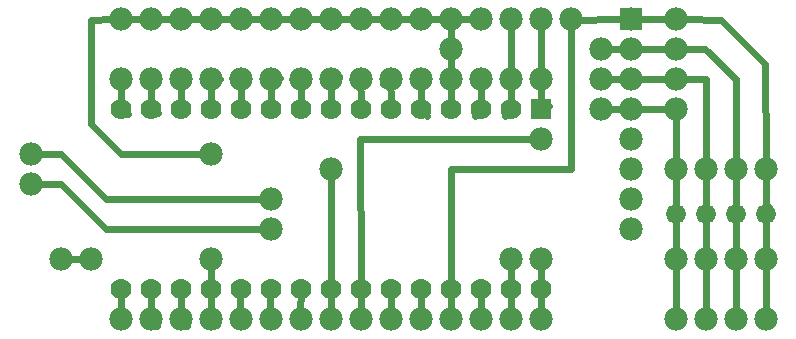
<source format=gbl>
G04 MADE WITH FRITZING*
G04 WWW.FRITZING.ORG*
G04 DOUBLE SIDED*
G04 HOLES PLATED*
G04 CONTOUR ON CENTER OF CONTOUR VECTOR*
%ASAXBY*%
%FSLAX23Y23*%
%MOIN*%
%OFA0B0*%
%SFA1.0B1.0*%
%ADD10C,0.070000*%
%ADD11C,0.066111*%
%ADD12C,0.078000*%
%ADD13R,0.070000X0.069972*%
%ADD14R,0.078000X0.078000*%
%ADD15C,0.024000*%
%LNCOPPER0*%
G90*
G70*
G54D10*
X1784Y795D03*
X1684Y795D03*
X1584Y795D03*
X1484Y795D03*
X1384Y795D03*
X1284Y795D03*
X1184Y795D03*
X1084Y795D03*
X984Y795D03*
X884Y795D03*
X784Y795D03*
X684Y795D03*
X584Y795D03*
X484Y795D03*
X384Y795D03*
X1784Y195D03*
X1684Y195D03*
X1584Y195D03*
X1484Y195D03*
X1384Y195D03*
X1284Y195D03*
X1184Y195D03*
X1084Y195D03*
X984Y195D03*
X884Y195D03*
X784Y195D03*
X684Y195D03*
X584Y195D03*
X484Y195D03*
X384Y195D03*
G54D11*
X2234Y445D03*
X2334Y445D03*
X2534Y445D03*
X2434Y445D03*
G54D12*
X2084Y1095D03*
X2084Y995D03*
X2084Y895D03*
X2084Y795D03*
X2084Y695D03*
X2084Y595D03*
X2084Y495D03*
X2084Y395D03*
X2534Y95D03*
X2434Y95D03*
X2334Y95D03*
X2234Y95D03*
X2534Y295D03*
X2434Y295D03*
X2334Y295D03*
X2234Y295D03*
X2234Y595D03*
X2334Y595D03*
X2434Y595D03*
X2534Y595D03*
X2234Y1095D03*
X2234Y995D03*
X2234Y895D03*
X2234Y795D03*
X1784Y95D03*
X1684Y95D03*
X1584Y95D03*
X1484Y95D03*
X1384Y95D03*
X1284Y95D03*
X1184Y95D03*
X1084Y95D03*
X1484Y1095D03*
X1384Y1095D03*
X1284Y1095D03*
X1184Y1095D03*
X1084Y1095D03*
X984Y1095D03*
X884Y1095D03*
X784Y1095D03*
X684Y1095D03*
X584Y1095D03*
X484Y1095D03*
X384Y1095D03*
X684Y295D03*
X1684Y295D03*
X1784Y295D03*
X684Y645D03*
X1584Y1095D03*
X1884Y1095D03*
X884Y495D03*
X884Y395D03*
X184Y295D03*
X284Y295D03*
X1984Y995D03*
X1484Y995D03*
X1984Y895D03*
X1984Y795D03*
X1784Y695D03*
X1084Y595D03*
X984Y95D03*
X884Y95D03*
X784Y95D03*
X684Y95D03*
X584Y95D03*
X484Y95D03*
X384Y95D03*
X1784Y895D03*
X1684Y895D03*
X1584Y895D03*
X1484Y895D03*
X1384Y895D03*
X1284Y895D03*
X1184Y895D03*
X1084Y895D03*
X984Y895D03*
X884Y895D03*
X784Y895D03*
X684Y895D03*
X584Y895D03*
X484Y895D03*
X384Y895D03*
X1684Y1095D03*
X1784Y1095D03*
X84Y645D03*
X84Y545D03*
G54D13*
X1784Y795D03*
G54D14*
X2084Y1095D03*
G54D15*
X1684Y1065D02*
X1684Y925D01*
D02*
X1784Y1065D02*
X1784Y925D01*
D02*
X1385Y794D02*
X1385Y865D01*
D02*
X1404Y773D02*
X1385Y794D01*
D02*
X2234Y125D02*
X2234Y265D01*
D02*
X2334Y125D02*
X2334Y265D01*
D02*
X2534Y125D02*
X2534Y265D01*
D02*
X386Y795D02*
X385Y865D01*
D02*
X409Y780D02*
X386Y795D01*
D02*
X486Y795D02*
X485Y865D01*
D02*
X510Y781D02*
X486Y795D01*
D02*
X584Y895D02*
X557Y909D01*
D02*
X584Y824D02*
X584Y895D01*
D02*
X685Y895D02*
X714Y897D01*
D02*
X685Y824D02*
X685Y895D01*
D02*
X784Y895D02*
X754Y899D01*
D02*
X784Y824D02*
X784Y895D01*
D02*
X885Y895D02*
X914Y899D01*
D02*
X884Y824D02*
X885Y895D01*
D02*
X984Y895D02*
X954Y897D01*
D02*
X984Y824D02*
X984Y895D01*
D02*
X1084Y895D02*
X1113Y905D01*
D02*
X1084Y824D02*
X1084Y895D01*
D02*
X1183Y895D02*
X1154Y897D01*
D02*
X1184Y824D02*
X1183Y895D01*
D02*
X1283Y895D02*
X1259Y879D01*
D02*
X1284Y824D02*
X1283Y895D01*
D02*
X1484Y865D02*
X1484Y824D01*
D02*
X1584Y795D02*
X1584Y865D01*
D02*
X1564Y774D02*
X1584Y795D01*
D02*
X1684Y795D02*
X1684Y865D01*
D02*
X1666Y773D02*
X1684Y795D01*
D02*
X1414Y1095D02*
X1454Y1095D01*
D02*
X1354Y1095D02*
X1314Y1095D01*
D02*
X1214Y1095D02*
X1254Y1095D01*
D02*
X1114Y1095D02*
X1154Y1095D01*
D02*
X1014Y1095D02*
X1054Y1095D01*
D02*
X914Y1095D02*
X954Y1095D01*
D02*
X814Y1095D02*
X854Y1095D01*
D02*
X714Y1095D02*
X754Y1095D01*
D02*
X614Y1095D02*
X654Y1095D01*
D02*
X514Y1095D02*
X554Y1095D01*
D02*
X414Y1095D02*
X454Y1095D01*
D02*
X654Y645D02*
X384Y645D01*
D02*
X285Y1094D02*
X354Y1095D01*
D02*
X285Y746D02*
X285Y1094D01*
D02*
X384Y645D02*
X285Y746D01*
D02*
X386Y145D02*
X385Y125D01*
D02*
X385Y166D02*
X386Y145D01*
D02*
X486Y94D02*
X505Y73D01*
D02*
X485Y166D02*
X486Y94D01*
D02*
X586Y94D02*
X606Y74D01*
D02*
X585Y166D02*
X586Y94D01*
D02*
X686Y94D02*
X706Y75D01*
D02*
X685Y166D02*
X686Y94D01*
D02*
X783Y145D02*
X783Y125D01*
D02*
X783Y166D02*
X783Y145D01*
D02*
X883Y145D02*
X883Y125D01*
D02*
X883Y166D02*
X883Y145D01*
D02*
X983Y145D02*
X983Y125D01*
D02*
X984Y166D02*
X983Y145D01*
D02*
X2204Y1095D02*
X2114Y1095D01*
D02*
X2533Y946D02*
X2385Y1094D01*
D02*
X2385Y1094D02*
X2264Y1095D01*
D02*
X2534Y625D02*
X2533Y946D01*
D02*
X2204Y995D02*
X2114Y995D01*
D02*
X2435Y895D02*
X2333Y996D01*
D02*
X2333Y996D02*
X2264Y995D01*
D02*
X2434Y625D02*
X2435Y895D01*
D02*
X2204Y895D02*
X2114Y895D01*
D02*
X2334Y895D02*
X2264Y895D01*
D02*
X2334Y625D02*
X2334Y895D01*
D02*
X2114Y795D02*
X2204Y795D01*
D02*
X2235Y696D02*
X2235Y765D01*
D02*
X2235Y625D02*
X2235Y696D01*
D02*
X2534Y473D02*
X2534Y565D01*
D02*
X2535Y446D02*
X2546Y470D01*
D02*
X2534Y325D02*
X2535Y446D01*
D02*
X2434Y473D02*
X2434Y565D01*
D02*
X2434Y95D02*
X2434Y418D01*
D02*
X2434Y265D02*
X2434Y95D01*
D02*
X2334Y473D02*
X2334Y565D01*
D02*
X2334Y418D02*
X2334Y325D01*
D02*
X2235Y346D02*
X2235Y325D01*
D02*
X2234Y418D02*
X2235Y346D01*
D02*
X2234Y473D02*
X2234Y565D01*
D02*
X1484Y996D02*
X1484Y1094D01*
D02*
X1484Y1094D02*
X1414Y1095D01*
D02*
X1484Y925D02*
X1484Y996D01*
D02*
X1084Y125D02*
X1084Y166D01*
D02*
X1184Y125D02*
X1184Y166D01*
D02*
X1284Y125D02*
X1284Y166D01*
D02*
X1384Y125D02*
X1384Y166D01*
D02*
X1484Y125D02*
X1484Y166D01*
D02*
X1584Y125D02*
X1584Y166D01*
D02*
X1684Y125D02*
X1684Y166D01*
D02*
X1784Y125D02*
X1784Y166D01*
D02*
X685Y296D02*
X685Y224D01*
D02*
X703Y319D02*
X685Y296D01*
D02*
X1785Y796D02*
X1785Y865D01*
D02*
X1812Y805D02*
X1785Y796D01*
D02*
X1484Y596D02*
X1484Y224D01*
D02*
X1884Y596D02*
X1484Y596D01*
D02*
X1884Y1094D02*
X1884Y596D01*
D02*
X2054Y1095D02*
X1884Y1094D01*
D02*
X2054Y995D02*
X2014Y995D01*
D02*
X2054Y895D02*
X2014Y895D01*
D02*
X1183Y695D02*
X1754Y695D01*
D02*
X1184Y224D02*
X1183Y695D01*
D02*
X1084Y565D02*
X1084Y224D01*
D02*
X2054Y795D02*
X2014Y795D01*
D02*
X1784Y265D02*
X1784Y224D01*
D02*
X1684Y265D02*
X1684Y224D01*
D02*
X334Y396D02*
X854Y395D01*
D02*
X184Y546D02*
X334Y396D01*
D02*
X114Y546D02*
X184Y546D01*
D02*
X254Y295D02*
X214Y295D01*
D02*
X1514Y1095D02*
X1554Y1095D01*
D02*
X114Y645D02*
X184Y645D01*
D02*
X334Y495D02*
X854Y495D01*
D02*
X184Y645D02*
X334Y495D01*
G04 End of Copper0*
M02*
</source>
